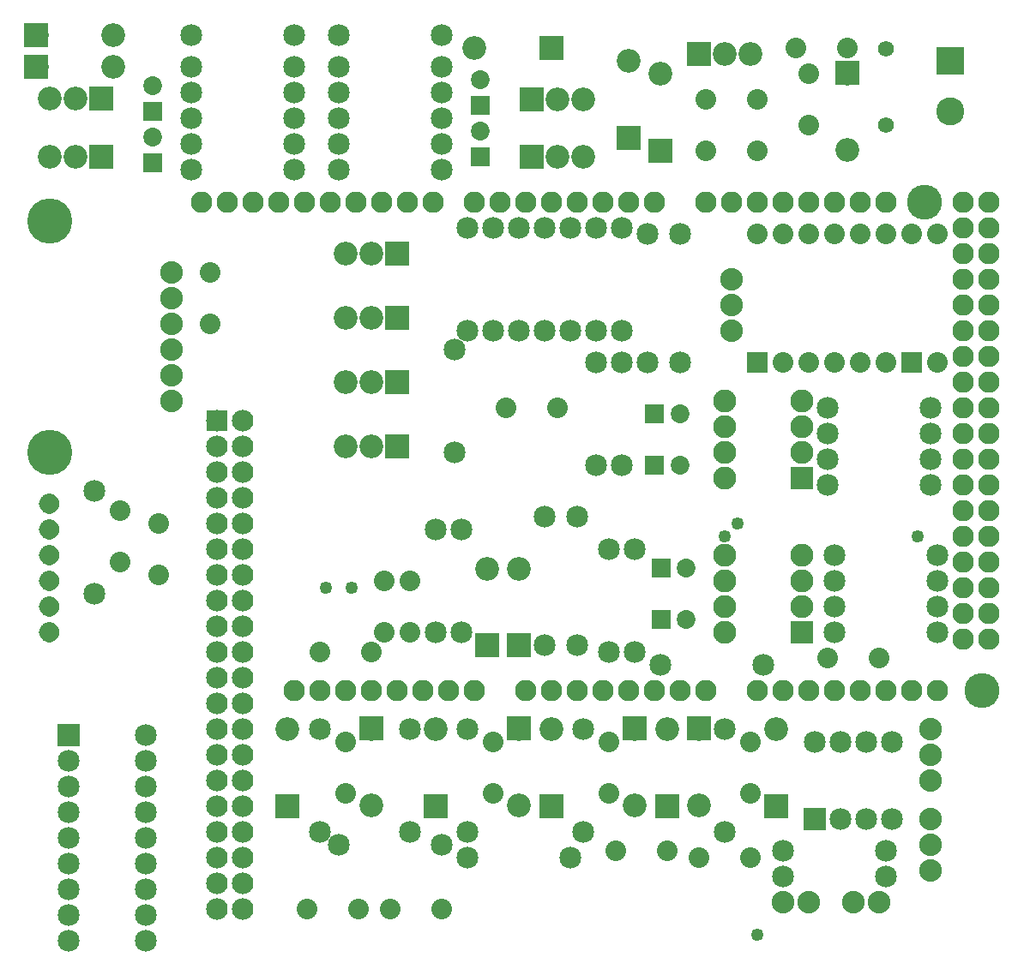
<source format=gbs>
G04 MADE WITH FRITZING*
G04 WWW.FRITZING.ORG*
G04 DOUBLE SIDED*
G04 HOLES PLATED*
G04 CONTOUR ON CENTER OF CONTOUR VECTOR*
%ASAXBY*%
%FSLAX23Y23*%
%MOIN*%
%OFA0B0*%
%SFA1.0B1.0*%
%ADD10C,0.049370*%
%ADD11C,0.085000*%
%ADD12C,0.080000*%
%ADD13C,0.084000*%
%ADD14C,0.082917*%
%ADD15C,0.135984*%
%ADD16C,0.175354*%
%ADD17C,0.092000*%
%ADD18C,0.088000*%
%ADD19C,0.061496*%
%ADD20C,0.089370*%
%ADD21C,0.072992*%
%ADD22C,0.109055*%
%ADD23R,0.085000X0.085000*%
%ADD24R,0.080000X0.080000*%
%ADD25R,0.084000X0.084000*%
%ADD26R,0.092000X0.092000*%
%ADD27R,0.089370X0.089370*%
%ADD28R,0.072992X0.072992*%
%ADD29R,0.109055X0.109055*%
%ADD30R,0.001000X0.001000*%
%LNMASK0*%
G90*
G70*
G54D10*
X2891Y278D03*
G54D11*
X216Y1053D03*
X516Y1053D03*
X216Y953D03*
X516Y953D03*
X216Y853D03*
X516Y853D03*
X216Y753D03*
X516Y753D03*
X216Y653D03*
X516Y653D03*
X216Y553D03*
X516Y553D03*
X216Y453D03*
X516Y453D03*
X216Y353D03*
X516Y353D03*
X216Y253D03*
X516Y253D03*
G54D10*
X2816Y1878D03*
X2766Y1828D03*
X1216Y1628D03*
X1316Y1628D03*
G54D12*
X3591Y3003D03*
X3591Y2503D03*
X3491Y3003D03*
X3491Y2503D03*
X3391Y3003D03*
X3391Y2503D03*
X3291Y3003D03*
X3291Y2503D03*
X3191Y3003D03*
X3191Y2503D03*
X3091Y3003D03*
X3091Y2503D03*
X2991Y3003D03*
X2991Y2503D03*
X2891Y3003D03*
X2891Y2503D03*
G54D10*
X3516Y1828D03*
G54D11*
X3116Y728D03*
X3116Y1028D03*
X3216Y728D03*
X3216Y1028D03*
X3316Y728D03*
X3316Y1028D03*
X3416Y728D03*
X3416Y1028D03*
G54D13*
X891Y2278D03*
X891Y2178D03*
X891Y2078D03*
X891Y1978D03*
X891Y1878D03*
X891Y1778D03*
X891Y1678D03*
X891Y1578D03*
X891Y1478D03*
X891Y1378D03*
X891Y1278D03*
X891Y1178D03*
X891Y1078D03*
X891Y978D03*
X891Y878D03*
X891Y778D03*
X891Y678D03*
X891Y578D03*
X891Y478D03*
X891Y378D03*
X791Y2278D03*
X791Y2178D03*
X791Y2078D03*
X791Y1978D03*
X791Y1878D03*
X791Y1778D03*
X791Y1678D03*
X791Y1578D03*
X791Y1478D03*
X791Y1378D03*
X791Y1278D03*
X791Y1178D03*
X791Y1078D03*
X791Y978D03*
X791Y878D03*
X791Y778D03*
X791Y678D03*
X791Y578D03*
X791Y478D03*
X791Y378D03*
G54D14*
X2991Y1228D03*
X1391Y1228D03*
X3091Y1228D03*
X3191Y1228D03*
X3291Y1228D03*
X3391Y1228D03*
X3691Y2628D03*
X3491Y1228D03*
X3591Y1228D03*
X1431Y3128D03*
X1991Y1228D03*
X2091Y1228D03*
X2191Y1228D03*
X2291Y1228D03*
X3691Y1828D03*
X2391Y1228D03*
X2491Y1228D03*
X2591Y1228D03*
X2691Y1228D03*
X2191Y3128D03*
X3691Y3028D03*
X3691Y2228D03*
X3691Y1428D03*
X1031Y3128D03*
X1791Y1228D03*
X1791Y3128D03*
X3691Y2828D03*
X3691Y2428D03*
X3691Y2028D03*
X3391Y3128D03*
X3691Y1628D03*
X3291Y3128D03*
X3191Y3128D03*
X3091Y3128D03*
X2991Y3128D03*
X2891Y3128D03*
X2791Y3128D03*
X2691Y3128D03*
X831Y3128D03*
X1231Y3128D03*
X1631Y3128D03*
X1191Y1228D03*
X1591Y1228D03*
X2391Y3128D03*
X1991Y3128D03*
X3691Y3128D03*
X3691Y2928D03*
X3691Y2728D03*
X3691Y2528D03*
X3691Y2328D03*
X3691Y2128D03*
X3691Y1928D03*
X3691Y1728D03*
X3691Y1528D03*
X731Y3128D03*
X931Y3128D03*
X1131Y3128D03*
X1331Y3128D03*
X1531Y3128D03*
X1091Y1228D03*
X1291Y1228D03*
X1491Y1228D03*
X1691Y1228D03*
X2491Y3128D03*
X2291Y3128D03*
X2091Y3128D03*
X1891Y3128D03*
X3791Y3128D03*
X3791Y3028D03*
X3791Y2928D03*
X3791Y2828D03*
X3791Y2728D03*
X3791Y2628D03*
X3791Y2528D03*
X3791Y2428D03*
X3791Y2328D03*
X3791Y2228D03*
X3791Y2128D03*
X3791Y2028D03*
X3791Y1928D03*
X3791Y1828D03*
X3791Y1728D03*
X3791Y1628D03*
X3791Y1528D03*
X3791Y1428D03*
X2891Y1228D03*
G54D15*
X3766Y1228D03*
X3541Y3128D03*
G54D16*
X141Y3053D03*
G54D17*
X1491Y2428D03*
X1391Y2428D03*
X1291Y2428D03*
X1491Y2928D03*
X1391Y2928D03*
X1291Y2928D03*
X1491Y2678D03*
X1391Y2678D03*
X1291Y2678D03*
X1491Y2178D03*
X1391Y2178D03*
X1291Y2178D03*
G54D12*
X1191Y1378D03*
X1391Y1378D03*
G54D11*
X1191Y678D03*
X1191Y1078D03*
G54D17*
X2516Y3328D03*
X2516Y3626D03*
G54D11*
X316Y2003D03*
X316Y1603D03*
G54D16*
X141Y2153D03*
G54D18*
X616Y2853D03*
X616Y2753D03*
X616Y2653D03*
X616Y2553D03*
X616Y2453D03*
X616Y2353D03*
X3566Y528D03*
X3566Y628D03*
X3566Y728D03*
X3566Y1078D03*
X3566Y978D03*
X3566Y878D03*
X2791Y2828D03*
X2791Y2728D03*
X2791Y2628D03*
G54D11*
X2991Y603D03*
X3391Y603D03*
X2991Y503D03*
X3391Y503D03*
G54D18*
X2991Y403D03*
X3091Y403D03*
X3266Y403D03*
X3366Y403D03*
G54D11*
X3591Y1453D03*
X3191Y1453D03*
X2366Y3028D03*
X2366Y2628D03*
X2266Y3028D03*
X2266Y2628D03*
X3566Y2028D03*
X3166Y2028D03*
X3591Y1753D03*
X3191Y1753D03*
X2166Y3028D03*
X2166Y2628D03*
X1716Y2153D03*
X1716Y2553D03*
X3566Y2328D03*
X3166Y2328D03*
G54D17*
X2666Y3703D03*
X2766Y3703D03*
X2866Y3703D03*
G54D12*
X3041Y3728D03*
X3241Y3728D03*
X2891Y3528D03*
X2891Y3328D03*
X3091Y3428D03*
X3091Y3628D03*
X2691Y3528D03*
X2691Y3328D03*
G54D17*
X3241Y3628D03*
X3241Y3330D03*
G54D19*
X3391Y3428D03*
X3391Y3723D03*
G54D20*
X3066Y1453D03*
X2766Y1453D03*
X3066Y1553D03*
X2766Y1553D03*
X3066Y1653D03*
X2766Y1653D03*
X3066Y1753D03*
X2766Y1753D03*
X3066Y2053D03*
X2766Y2053D03*
X3066Y2153D03*
X2766Y2153D03*
X3066Y2253D03*
X2766Y2253D03*
X3066Y2353D03*
X2766Y2353D03*
G54D11*
X3591Y1553D03*
X3191Y1553D03*
X1866Y3028D03*
X1866Y2628D03*
X1966Y3028D03*
X1966Y2628D03*
X3566Y2128D03*
X3166Y2128D03*
X3591Y1653D03*
X3191Y1653D03*
X2066Y3028D03*
X2066Y2628D03*
X1766Y3028D03*
X1766Y2628D03*
X3566Y2228D03*
X3166Y2228D03*
G54D12*
X3366Y1353D03*
X3166Y1353D03*
G54D11*
X2066Y1403D03*
X2066Y1903D03*
G54D12*
X1916Y2328D03*
X2116Y2328D03*
G54D11*
X2591Y2503D03*
X2591Y3003D03*
X2191Y1903D03*
X2191Y1403D03*
X2466Y3003D03*
X2466Y2503D03*
X2416Y1778D03*
X2416Y1378D03*
X2266Y2103D03*
X2266Y2503D03*
X2316Y1778D03*
X2316Y1378D03*
X2366Y2103D03*
X2366Y2503D03*
G54D21*
X2518Y1703D03*
X2616Y1703D03*
X2493Y2303D03*
X2591Y2303D03*
X2518Y1503D03*
X2616Y1503D03*
X2493Y2103D03*
X2591Y2103D03*
G54D11*
X1741Y1853D03*
X1741Y1453D03*
X2166Y578D03*
X1766Y578D03*
X1666Y628D03*
X1266Y628D03*
G54D12*
X1866Y828D03*
X1866Y1028D03*
X1666Y378D03*
X1466Y378D03*
X1291Y828D03*
X1291Y1028D03*
X1341Y378D03*
X1141Y378D03*
G54D11*
X1766Y678D03*
X1766Y1078D03*
X1541Y678D03*
X1541Y1078D03*
G54D17*
X2091Y778D03*
X2091Y1076D03*
X1391Y1078D03*
X1391Y780D03*
X1641Y778D03*
X1641Y1076D03*
X1066Y778D03*
X1066Y1076D03*
X1966Y1403D03*
X1966Y1701D03*
X1966Y1078D03*
X1966Y780D03*
G54D12*
X2866Y828D03*
X2866Y1028D03*
X566Y1678D03*
X566Y1878D03*
X2316Y828D03*
X2316Y1028D03*
X766Y2853D03*
X766Y2653D03*
X416Y1728D03*
X416Y1928D03*
X2666Y578D03*
X2866Y578D03*
X2541Y603D03*
X2341Y603D03*
G54D11*
X2766Y678D03*
X2766Y1078D03*
X2216Y678D03*
X2216Y1078D03*
G54D17*
X2966Y778D03*
X2966Y1076D03*
X2541Y778D03*
X2541Y1076D03*
X2666Y1078D03*
X2666Y780D03*
X2416Y1078D03*
X2416Y780D03*
G54D11*
X2916Y1328D03*
X2516Y1328D03*
G54D12*
X1441Y1453D03*
X1441Y1653D03*
X1541Y1653D03*
X1541Y1453D03*
G54D11*
X1641Y1853D03*
X1641Y1453D03*
G54D17*
X1841Y1403D03*
X1841Y1701D03*
G54D11*
X1091Y3253D03*
X691Y3253D03*
X1266Y3253D03*
X1666Y3253D03*
X1091Y3553D03*
X691Y3553D03*
X1265Y3552D03*
X1665Y3552D03*
G54D21*
X542Y3281D03*
X542Y3379D03*
X1816Y3305D03*
X1816Y3403D03*
X542Y3481D03*
X542Y3579D03*
X1816Y3505D03*
X1816Y3603D03*
G54D17*
X91Y3653D03*
X389Y3653D03*
X2091Y3728D03*
X1793Y3728D03*
X91Y3778D03*
X389Y3778D03*
X2391Y3378D03*
X2391Y3676D03*
X341Y3303D03*
X241Y3303D03*
X141Y3303D03*
X2016Y3303D03*
X2116Y3303D03*
X2216Y3303D03*
X342Y3529D03*
X242Y3529D03*
X142Y3529D03*
X2016Y3528D03*
X2116Y3528D03*
X2216Y3528D03*
G54D11*
X1091Y3353D03*
X691Y3353D03*
X1265Y3352D03*
X1665Y3352D03*
X1091Y3653D03*
X691Y3653D03*
X1265Y3652D03*
X1665Y3652D03*
X1091Y3453D03*
X691Y3453D03*
X1265Y3452D03*
X1665Y3452D03*
X1091Y3778D03*
X691Y3778D03*
X1266Y3778D03*
X1666Y3778D03*
G54D22*
X3641Y3678D03*
X3641Y3481D03*
G54D23*
X216Y1053D03*
G54D24*
X2891Y2503D03*
X3491Y2503D03*
G54D23*
X3116Y728D03*
G54D25*
X791Y2278D03*
G54D26*
X1491Y2428D03*
X1491Y2928D03*
X1491Y2678D03*
X1491Y2178D03*
X2516Y3327D03*
X2666Y3703D03*
X3241Y3629D03*
G54D27*
X3066Y1453D03*
X3066Y2053D03*
G54D28*
X2518Y1703D03*
X2493Y2303D03*
X2518Y1503D03*
X2493Y2103D03*
G54D26*
X2091Y777D03*
X1391Y1079D03*
X1641Y777D03*
X1066Y777D03*
X1966Y1402D03*
X1966Y1079D03*
X2966Y777D03*
X2541Y777D03*
X2666Y1079D03*
X2416Y1079D03*
X1841Y1402D03*
G54D28*
X542Y3281D03*
X1816Y3305D03*
X542Y3481D03*
X1816Y3505D03*
G54D26*
X90Y3653D03*
X2092Y3728D03*
X90Y3778D03*
X2391Y3377D03*
X341Y3303D03*
X2016Y3303D03*
X342Y3529D03*
X2016Y3528D03*
G54D29*
X3641Y3678D03*
G54D30*
X136Y1993D02*
X146Y1993D01*
X132Y1992D02*
X150Y1992D01*
X129Y1991D02*
X153Y1991D01*
X126Y1990D02*
X155Y1990D01*
X124Y1989D02*
X157Y1989D01*
X123Y1988D02*
X159Y1988D01*
X121Y1987D02*
X160Y1987D01*
X120Y1986D02*
X162Y1986D01*
X118Y1985D02*
X163Y1985D01*
X117Y1984D02*
X164Y1984D01*
X116Y1983D02*
X166Y1983D01*
X115Y1982D02*
X167Y1982D01*
X114Y1981D02*
X168Y1981D01*
X113Y1980D02*
X169Y1980D01*
X112Y1979D02*
X170Y1979D01*
X111Y1978D02*
X170Y1978D01*
X110Y1977D02*
X171Y1977D01*
X109Y1976D02*
X172Y1976D01*
X109Y1975D02*
X173Y1975D01*
X108Y1974D02*
X173Y1974D01*
X107Y1973D02*
X174Y1973D01*
X107Y1972D02*
X175Y1972D01*
X106Y1971D02*
X175Y1971D01*
X106Y1970D02*
X176Y1970D01*
X105Y1969D02*
X176Y1969D01*
X105Y1968D02*
X177Y1968D01*
X104Y1967D02*
X177Y1967D01*
X104Y1966D02*
X178Y1966D01*
X103Y1965D02*
X178Y1965D01*
X103Y1964D02*
X178Y1964D01*
X103Y1963D02*
X179Y1963D01*
X102Y1962D02*
X179Y1962D01*
X102Y1961D02*
X179Y1961D01*
X102Y1960D02*
X179Y1960D01*
X102Y1959D02*
X180Y1959D01*
X102Y1958D02*
X180Y1958D01*
X101Y1957D02*
X180Y1957D01*
X101Y1956D02*
X180Y1956D01*
X101Y1955D02*
X180Y1955D01*
X101Y1954D02*
X180Y1954D01*
X101Y1953D02*
X180Y1953D01*
X101Y1952D02*
X180Y1952D01*
X101Y1951D02*
X180Y1951D01*
X101Y1950D02*
X180Y1950D01*
X102Y1949D02*
X180Y1949D01*
X102Y1948D02*
X180Y1948D01*
X102Y1947D02*
X179Y1947D01*
X102Y1946D02*
X179Y1946D01*
X102Y1945D02*
X179Y1945D01*
X103Y1944D02*
X179Y1944D01*
X103Y1943D02*
X178Y1943D01*
X103Y1942D02*
X178Y1942D01*
X104Y1941D02*
X178Y1941D01*
X104Y1940D02*
X177Y1940D01*
X105Y1939D02*
X177Y1939D01*
X105Y1938D02*
X176Y1938D01*
X106Y1937D02*
X176Y1937D01*
X106Y1936D02*
X175Y1936D01*
X107Y1935D02*
X175Y1935D01*
X107Y1934D02*
X174Y1934D01*
X108Y1933D02*
X173Y1933D01*
X109Y1932D02*
X173Y1932D01*
X109Y1931D02*
X172Y1931D01*
X110Y1930D02*
X171Y1930D01*
X111Y1929D02*
X170Y1929D01*
X112Y1928D02*
X169Y1928D01*
X113Y1927D02*
X169Y1927D01*
X114Y1926D02*
X168Y1926D01*
X115Y1925D02*
X167Y1925D01*
X116Y1924D02*
X165Y1924D01*
X117Y1923D02*
X164Y1923D01*
X118Y1922D02*
X163Y1922D01*
X120Y1921D02*
X162Y1921D01*
X121Y1920D02*
X160Y1920D01*
X123Y1919D02*
X159Y1919D01*
X125Y1918D02*
X157Y1918D01*
X126Y1917D02*
X155Y1917D01*
X129Y1916D02*
X153Y1916D01*
X132Y1915D02*
X150Y1915D01*
X136Y1914D02*
X145Y1914D01*
X136Y1893D02*
X146Y1893D01*
X132Y1892D02*
X150Y1892D01*
X129Y1891D02*
X153Y1891D01*
X126Y1890D02*
X155Y1890D01*
X124Y1889D02*
X157Y1889D01*
X123Y1888D02*
X159Y1888D01*
X121Y1887D02*
X160Y1887D01*
X120Y1886D02*
X162Y1886D01*
X118Y1885D02*
X163Y1885D01*
X117Y1884D02*
X164Y1884D01*
X116Y1883D02*
X166Y1883D01*
X115Y1882D02*
X167Y1882D01*
X114Y1881D02*
X168Y1881D01*
X113Y1880D02*
X169Y1880D01*
X112Y1879D02*
X170Y1879D01*
X111Y1878D02*
X170Y1878D01*
X110Y1877D02*
X171Y1877D01*
X109Y1876D02*
X172Y1876D01*
X109Y1875D02*
X173Y1875D01*
X108Y1874D02*
X173Y1874D01*
X107Y1873D02*
X174Y1873D01*
X107Y1872D02*
X175Y1872D01*
X106Y1871D02*
X175Y1871D01*
X106Y1870D02*
X176Y1870D01*
X105Y1869D02*
X176Y1869D01*
X105Y1868D02*
X177Y1868D01*
X104Y1867D02*
X177Y1867D01*
X104Y1866D02*
X178Y1866D01*
X103Y1865D02*
X178Y1865D01*
X103Y1864D02*
X178Y1864D01*
X103Y1863D02*
X179Y1863D01*
X102Y1862D02*
X179Y1862D01*
X102Y1861D02*
X179Y1861D01*
X102Y1860D02*
X179Y1860D01*
X102Y1859D02*
X180Y1859D01*
X102Y1858D02*
X180Y1858D01*
X101Y1857D02*
X180Y1857D01*
X101Y1856D02*
X180Y1856D01*
X101Y1855D02*
X180Y1855D01*
X101Y1854D02*
X180Y1854D01*
X101Y1853D02*
X180Y1853D01*
X101Y1852D02*
X180Y1852D01*
X101Y1851D02*
X180Y1851D01*
X101Y1850D02*
X180Y1850D01*
X102Y1849D02*
X180Y1849D01*
X102Y1848D02*
X180Y1848D01*
X102Y1847D02*
X179Y1847D01*
X102Y1846D02*
X179Y1846D01*
X102Y1845D02*
X179Y1845D01*
X103Y1844D02*
X179Y1844D01*
X103Y1843D02*
X178Y1843D01*
X103Y1842D02*
X178Y1842D01*
X104Y1841D02*
X178Y1841D01*
X104Y1840D02*
X177Y1840D01*
X105Y1839D02*
X177Y1839D01*
X105Y1838D02*
X176Y1838D01*
X106Y1837D02*
X176Y1837D01*
X106Y1836D02*
X175Y1836D01*
X107Y1835D02*
X175Y1835D01*
X107Y1834D02*
X174Y1834D01*
X108Y1833D02*
X173Y1833D01*
X109Y1832D02*
X173Y1832D01*
X109Y1831D02*
X172Y1831D01*
X110Y1830D02*
X171Y1830D01*
X111Y1829D02*
X170Y1829D01*
X112Y1828D02*
X169Y1828D01*
X113Y1827D02*
X169Y1827D01*
X114Y1826D02*
X168Y1826D01*
X115Y1825D02*
X167Y1825D01*
X116Y1824D02*
X165Y1824D01*
X117Y1823D02*
X164Y1823D01*
X118Y1822D02*
X163Y1822D01*
X120Y1821D02*
X162Y1821D01*
X121Y1820D02*
X160Y1820D01*
X123Y1819D02*
X159Y1819D01*
X125Y1818D02*
X157Y1818D01*
X126Y1817D02*
X155Y1817D01*
X129Y1816D02*
X153Y1816D01*
X132Y1815D02*
X150Y1815D01*
X136Y1814D02*
X145Y1814D01*
X136Y1793D02*
X146Y1793D01*
X132Y1792D02*
X150Y1792D01*
X129Y1791D02*
X153Y1791D01*
X126Y1790D02*
X155Y1790D01*
X124Y1789D02*
X157Y1789D01*
X123Y1788D02*
X159Y1788D01*
X121Y1787D02*
X160Y1787D01*
X120Y1786D02*
X162Y1786D01*
X118Y1785D02*
X163Y1785D01*
X117Y1784D02*
X164Y1784D01*
X116Y1783D02*
X166Y1783D01*
X115Y1782D02*
X167Y1782D01*
X114Y1781D02*
X168Y1781D01*
X113Y1780D02*
X169Y1780D01*
X112Y1779D02*
X170Y1779D01*
X111Y1778D02*
X170Y1778D01*
X110Y1777D02*
X171Y1777D01*
X109Y1776D02*
X172Y1776D01*
X109Y1775D02*
X173Y1775D01*
X108Y1774D02*
X173Y1774D01*
X107Y1773D02*
X174Y1773D01*
X107Y1772D02*
X175Y1772D01*
X106Y1771D02*
X175Y1771D01*
X106Y1770D02*
X176Y1770D01*
X105Y1769D02*
X176Y1769D01*
X105Y1768D02*
X177Y1768D01*
X104Y1767D02*
X177Y1767D01*
X104Y1766D02*
X178Y1766D01*
X103Y1765D02*
X178Y1765D01*
X103Y1764D02*
X178Y1764D01*
X103Y1763D02*
X179Y1763D01*
X102Y1762D02*
X179Y1762D01*
X102Y1761D02*
X179Y1761D01*
X102Y1760D02*
X179Y1760D01*
X102Y1759D02*
X180Y1759D01*
X102Y1758D02*
X180Y1758D01*
X101Y1757D02*
X180Y1757D01*
X101Y1756D02*
X180Y1756D01*
X101Y1755D02*
X180Y1755D01*
X101Y1754D02*
X180Y1754D01*
X101Y1753D02*
X180Y1753D01*
X101Y1752D02*
X180Y1752D01*
X101Y1751D02*
X180Y1751D01*
X101Y1750D02*
X180Y1750D01*
X102Y1749D02*
X180Y1749D01*
X102Y1748D02*
X180Y1748D01*
X102Y1747D02*
X179Y1747D01*
X102Y1746D02*
X179Y1746D01*
X102Y1745D02*
X179Y1745D01*
X103Y1744D02*
X179Y1744D01*
X103Y1743D02*
X178Y1743D01*
X103Y1742D02*
X178Y1742D01*
X104Y1741D02*
X178Y1741D01*
X104Y1740D02*
X177Y1740D01*
X105Y1739D02*
X177Y1739D01*
X105Y1738D02*
X176Y1738D01*
X106Y1737D02*
X176Y1737D01*
X106Y1736D02*
X175Y1736D01*
X107Y1735D02*
X175Y1735D01*
X107Y1734D02*
X174Y1734D01*
X108Y1733D02*
X173Y1733D01*
X109Y1732D02*
X173Y1732D01*
X109Y1731D02*
X172Y1731D01*
X110Y1730D02*
X171Y1730D01*
X111Y1729D02*
X170Y1729D01*
X112Y1728D02*
X169Y1728D01*
X113Y1727D02*
X169Y1727D01*
X114Y1726D02*
X168Y1726D01*
X115Y1725D02*
X167Y1725D01*
X116Y1724D02*
X165Y1724D01*
X117Y1723D02*
X164Y1723D01*
X118Y1722D02*
X163Y1722D01*
X120Y1721D02*
X162Y1721D01*
X121Y1720D02*
X160Y1720D01*
X123Y1719D02*
X159Y1719D01*
X125Y1718D02*
X157Y1718D01*
X126Y1717D02*
X155Y1717D01*
X129Y1716D02*
X153Y1716D01*
X132Y1715D02*
X150Y1715D01*
X136Y1714D02*
X145Y1714D01*
X136Y1693D02*
X146Y1693D01*
X132Y1692D02*
X150Y1692D01*
X129Y1691D02*
X153Y1691D01*
X126Y1690D02*
X155Y1690D01*
X124Y1689D02*
X157Y1689D01*
X123Y1688D02*
X159Y1688D01*
X121Y1687D02*
X160Y1687D01*
X120Y1686D02*
X162Y1686D01*
X118Y1685D02*
X163Y1685D01*
X117Y1684D02*
X164Y1684D01*
X116Y1683D02*
X166Y1683D01*
X115Y1682D02*
X167Y1682D01*
X114Y1681D02*
X168Y1681D01*
X113Y1680D02*
X169Y1680D01*
X112Y1679D02*
X170Y1679D01*
X111Y1678D02*
X170Y1678D01*
X110Y1677D02*
X171Y1677D01*
X109Y1676D02*
X172Y1676D01*
X109Y1675D02*
X173Y1675D01*
X108Y1674D02*
X173Y1674D01*
X107Y1673D02*
X174Y1673D01*
X107Y1672D02*
X175Y1672D01*
X106Y1671D02*
X175Y1671D01*
X106Y1670D02*
X176Y1670D01*
X105Y1669D02*
X176Y1669D01*
X105Y1668D02*
X177Y1668D01*
X104Y1667D02*
X177Y1667D01*
X104Y1666D02*
X178Y1666D01*
X103Y1665D02*
X178Y1665D01*
X103Y1664D02*
X178Y1664D01*
X103Y1663D02*
X179Y1663D01*
X102Y1662D02*
X179Y1662D01*
X102Y1661D02*
X179Y1661D01*
X102Y1660D02*
X179Y1660D01*
X102Y1659D02*
X180Y1659D01*
X102Y1658D02*
X180Y1658D01*
X101Y1657D02*
X180Y1657D01*
X101Y1656D02*
X180Y1656D01*
X101Y1655D02*
X180Y1655D01*
X101Y1654D02*
X180Y1654D01*
X101Y1653D02*
X180Y1653D01*
X101Y1652D02*
X180Y1652D01*
X101Y1651D02*
X180Y1651D01*
X101Y1650D02*
X180Y1650D01*
X102Y1649D02*
X180Y1649D01*
X102Y1648D02*
X180Y1648D01*
X102Y1647D02*
X179Y1647D01*
X102Y1646D02*
X179Y1646D01*
X102Y1645D02*
X179Y1645D01*
X103Y1644D02*
X179Y1644D01*
X103Y1643D02*
X178Y1643D01*
X103Y1642D02*
X178Y1642D01*
X104Y1641D02*
X178Y1641D01*
X104Y1640D02*
X177Y1640D01*
X105Y1639D02*
X177Y1639D01*
X105Y1638D02*
X176Y1638D01*
X106Y1637D02*
X176Y1637D01*
X106Y1636D02*
X175Y1636D01*
X107Y1635D02*
X175Y1635D01*
X107Y1634D02*
X174Y1634D01*
X108Y1633D02*
X173Y1633D01*
X109Y1632D02*
X173Y1632D01*
X109Y1631D02*
X172Y1631D01*
X110Y1630D02*
X171Y1630D01*
X111Y1629D02*
X170Y1629D01*
X112Y1628D02*
X169Y1628D01*
X113Y1627D02*
X169Y1627D01*
X114Y1626D02*
X168Y1626D01*
X115Y1625D02*
X167Y1625D01*
X116Y1624D02*
X165Y1624D01*
X117Y1623D02*
X164Y1623D01*
X118Y1622D02*
X163Y1622D01*
X120Y1621D02*
X162Y1621D01*
X121Y1620D02*
X160Y1620D01*
X123Y1619D02*
X159Y1619D01*
X125Y1618D02*
X157Y1618D01*
X126Y1617D02*
X155Y1617D01*
X129Y1616D02*
X153Y1616D01*
X132Y1615D02*
X150Y1615D01*
X136Y1614D02*
X145Y1614D01*
X136Y1593D02*
X146Y1593D01*
X132Y1592D02*
X150Y1592D01*
X129Y1591D02*
X153Y1591D01*
X126Y1590D02*
X155Y1590D01*
X124Y1589D02*
X157Y1589D01*
X123Y1588D02*
X159Y1588D01*
X121Y1587D02*
X160Y1587D01*
X120Y1586D02*
X162Y1586D01*
X118Y1585D02*
X163Y1585D01*
X117Y1584D02*
X164Y1584D01*
X116Y1583D02*
X166Y1583D01*
X115Y1582D02*
X167Y1582D01*
X114Y1581D02*
X168Y1581D01*
X113Y1580D02*
X169Y1580D01*
X112Y1579D02*
X170Y1579D01*
X111Y1578D02*
X170Y1578D01*
X110Y1577D02*
X171Y1577D01*
X109Y1576D02*
X172Y1576D01*
X109Y1575D02*
X173Y1575D01*
X108Y1574D02*
X173Y1574D01*
X107Y1573D02*
X174Y1573D01*
X107Y1572D02*
X175Y1572D01*
X106Y1571D02*
X175Y1571D01*
X106Y1570D02*
X176Y1570D01*
X105Y1569D02*
X176Y1569D01*
X105Y1568D02*
X177Y1568D01*
X104Y1567D02*
X177Y1567D01*
X104Y1566D02*
X178Y1566D01*
X103Y1565D02*
X178Y1565D01*
X103Y1564D02*
X178Y1564D01*
X103Y1563D02*
X179Y1563D01*
X102Y1562D02*
X179Y1562D01*
X102Y1561D02*
X179Y1561D01*
X102Y1560D02*
X179Y1560D01*
X102Y1559D02*
X180Y1559D01*
X102Y1558D02*
X180Y1558D01*
X101Y1557D02*
X180Y1557D01*
X101Y1556D02*
X180Y1556D01*
X101Y1555D02*
X180Y1555D01*
X101Y1554D02*
X180Y1554D01*
X101Y1553D02*
X180Y1553D01*
X101Y1552D02*
X180Y1552D01*
X101Y1551D02*
X180Y1551D01*
X101Y1550D02*
X180Y1550D01*
X102Y1549D02*
X180Y1549D01*
X102Y1548D02*
X180Y1548D01*
X102Y1547D02*
X179Y1547D01*
X102Y1546D02*
X179Y1546D01*
X102Y1545D02*
X179Y1545D01*
X103Y1544D02*
X179Y1544D01*
X103Y1543D02*
X178Y1543D01*
X103Y1542D02*
X178Y1542D01*
X104Y1541D02*
X178Y1541D01*
X104Y1540D02*
X177Y1540D01*
X105Y1539D02*
X177Y1539D01*
X105Y1538D02*
X176Y1538D01*
X106Y1537D02*
X176Y1537D01*
X106Y1536D02*
X175Y1536D01*
X107Y1535D02*
X175Y1535D01*
X107Y1534D02*
X174Y1534D01*
X108Y1533D02*
X173Y1533D01*
X109Y1532D02*
X173Y1532D01*
X109Y1531D02*
X172Y1531D01*
X110Y1530D02*
X171Y1530D01*
X111Y1529D02*
X170Y1529D01*
X112Y1528D02*
X169Y1528D01*
X113Y1527D02*
X169Y1527D01*
X114Y1526D02*
X168Y1526D01*
X115Y1525D02*
X167Y1525D01*
X116Y1524D02*
X165Y1524D01*
X117Y1523D02*
X164Y1523D01*
X118Y1522D02*
X163Y1522D01*
X120Y1521D02*
X162Y1521D01*
X121Y1520D02*
X160Y1520D01*
X123Y1519D02*
X159Y1519D01*
X125Y1518D02*
X157Y1518D01*
X126Y1517D02*
X155Y1517D01*
X129Y1516D02*
X153Y1516D01*
X132Y1515D02*
X150Y1515D01*
X136Y1514D02*
X145Y1514D01*
X136Y1493D02*
X146Y1493D01*
X132Y1492D02*
X150Y1492D01*
X129Y1491D02*
X153Y1491D01*
X126Y1490D02*
X155Y1490D01*
X124Y1489D02*
X157Y1489D01*
X123Y1488D02*
X159Y1488D01*
X121Y1487D02*
X160Y1487D01*
X120Y1486D02*
X162Y1486D01*
X118Y1485D02*
X163Y1485D01*
X117Y1484D02*
X164Y1484D01*
X116Y1483D02*
X166Y1483D01*
X115Y1482D02*
X167Y1482D01*
X114Y1481D02*
X168Y1481D01*
X113Y1480D02*
X169Y1480D01*
X112Y1479D02*
X170Y1479D01*
X111Y1478D02*
X170Y1478D01*
X110Y1477D02*
X171Y1477D01*
X109Y1476D02*
X172Y1476D01*
X109Y1475D02*
X173Y1475D01*
X108Y1474D02*
X173Y1474D01*
X107Y1473D02*
X174Y1473D01*
X107Y1472D02*
X175Y1472D01*
X106Y1471D02*
X175Y1471D01*
X106Y1470D02*
X176Y1470D01*
X105Y1469D02*
X176Y1469D01*
X105Y1468D02*
X177Y1468D01*
X104Y1467D02*
X177Y1467D01*
X104Y1466D02*
X178Y1466D01*
X103Y1465D02*
X178Y1465D01*
X103Y1464D02*
X178Y1464D01*
X103Y1463D02*
X179Y1463D01*
X102Y1462D02*
X179Y1462D01*
X102Y1461D02*
X179Y1461D01*
X102Y1460D02*
X179Y1460D01*
X102Y1459D02*
X180Y1459D01*
X102Y1458D02*
X180Y1458D01*
X101Y1457D02*
X180Y1457D01*
X101Y1456D02*
X180Y1456D01*
X101Y1455D02*
X180Y1455D01*
X101Y1454D02*
X180Y1454D01*
X101Y1453D02*
X180Y1453D01*
X101Y1452D02*
X180Y1452D01*
X101Y1451D02*
X180Y1451D01*
X101Y1450D02*
X180Y1450D01*
X102Y1449D02*
X180Y1449D01*
X102Y1448D02*
X180Y1448D01*
X102Y1447D02*
X179Y1447D01*
X102Y1446D02*
X179Y1446D01*
X102Y1445D02*
X179Y1445D01*
X103Y1444D02*
X179Y1444D01*
X103Y1443D02*
X178Y1443D01*
X103Y1442D02*
X178Y1442D01*
X104Y1441D02*
X178Y1441D01*
X104Y1440D02*
X177Y1440D01*
X105Y1439D02*
X177Y1439D01*
X105Y1438D02*
X176Y1438D01*
X106Y1437D02*
X176Y1437D01*
X106Y1436D02*
X175Y1436D01*
X107Y1435D02*
X175Y1435D01*
X107Y1434D02*
X174Y1434D01*
X108Y1433D02*
X173Y1433D01*
X109Y1432D02*
X173Y1432D01*
X109Y1431D02*
X172Y1431D01*
X110Y1430D02*
X171Y1430D01*
X111Y1429D02*
X170Y1429D01*
X112Y1428D02*
X169Y1428D01*
X113Y1427D02*
X169Y1427D01*
X114Y1426D02*
X168Y1426D01*
X115Y1425D02*
X167Y1425D01*
X116Y1424D02*
X165Y1424D01*
X117Y1423D02*
X164Y1423D01*
X118Y1422D02*
X163Y1422D01*
X120Y1421D02*
X162Y1421D01*
X121Y1420D02*
X160Y1420D01*
X123Y1419D02*
X159Y1419D01*
X125Y1418D02*
X157Y1418D01*
X126Y1417D02*
X155Y1417D01*
X129Y1416D02*
X153Y1416D01*
X132Y1415D02*
X150Y1415D01*
X136Y1414D02*
X145Y1414D01*
D02*
G04 End of Mask0*
M02*
</source>
